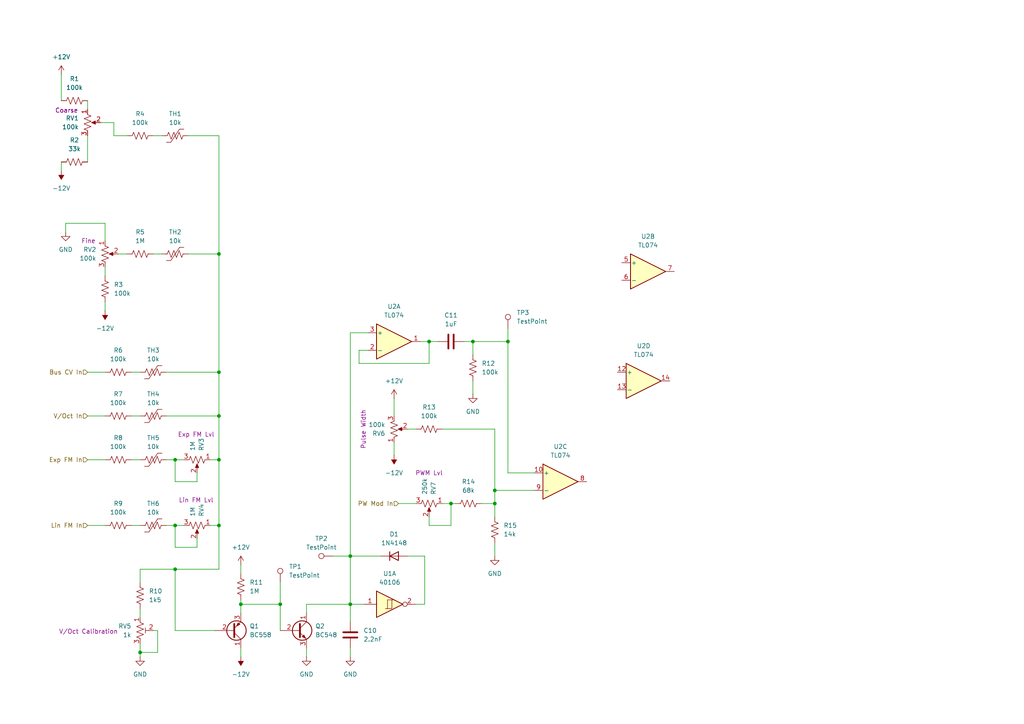
<source format=kicad_sch>
(kicad_sch (version 20231120) (generator "eeschema") (generator_version "8.0")
  (paper "A4")
  (lib_symbols
    (symbol "4xxx:40106" (pin_names (offset 1.016))
      (property "Reference" "U" (at 0 1.27 0))
      (property "Value" "40106" (at 0 -1.27 0))
      (symbol "40106_1_0"
        (polyline (pts (xy -0.635 -1.27) (xy -0.635 1.27) (xy 0.635 1.27)))
        (polyline (pts (xy -3.81 3.81) (xy -3.81 -3.81) (xy 3.81 0) (xy -3.81 3.81)) (stroke (width 0.254)) (fill (type background)))
        (polyline (pts (xy -1.27 -1.27) (xy 0.635 -1.27) (xy 0.635 1.27) (xy 1.27 1.27)))
        (pin input line (at -7.62 0 0) (length 3.81) (name "~") (number "1"))
        (pin output inverted (at 7.62 0 180) (length 3.81) (name "~") (number "2"))
      )
      (symbol "40106_2_0"
        (polyline (pts (xy -0.635 -1.27) (xy -0.635 1.27) (xy 0.635 1.27)))
        (polyline (pts (xy -3.81 3.81) (xy -3.81 -3.81) (xy 3.81 0) (xy -3.81 3.81)) (stroke (width 0.254)) (fill (type background)))
        (polyline (pts (xy -1.27 -1.27) (xy 0.635 -1.27) (xy 0.635 1.27) (xy 1.27 1.27)))
        (pin input line (at -7.62 0 0) (length 3.81) (name "~") (number "3"))
        (pin output inverted (at 7.62 0 180) (length 3.81) (name "~") (number "4"))
      )
      (symbol "40106_3_0"
        (polyline (pts (xy -0.635 -1.27) (xy -0.635 1.27) (xy 0.635 1.27)))
        (polyline (pts (xy -3.81 3.81) (xy -3.81 -3.81) (xy 3.81 0) (xy -3.81 3.81)) (stroke (width 0.254)) (fill (type background)))
        (polyline (pts (xy -1.27 -1.27) (xy 0.635 -1.27) (xy 0.635 1.27) (xy 1.27 1.27)))
        (pin input line (at -7.62 0 0) (length 3.81) (name "~") (number "5"))
        (pin output inverted (at 7.62 0 180) (length 3.81) (name "~") (number "6"))
      )
      (symbol "40106_4_0"
        (polyline (pts (xy -0.635 -1.27) (xy -0.635 1.27) (xy 0.635 1.27)))
        (polyline (pts (xy -3.81 3.81) (xy -3.81 -3.81) (xy 3.81 0) (xy -3.81 3.81)) (stroke (width 0.254)) (fill (type background)))
        (polyline (pts (xy -1.27 -1.27) (xy 0.635 -1.27) (xy 0.635 1.27) (xy 1.27 1.27)))
        (pin output inverted (at 7.62 0 180) (length 3.81) (name "~") (number "8"))
        (pin input line (at -7.62 0 0) (length 3.81) (name "~") (number "9"))
      )
      (symbol "40106_5_0"
        (polyline (pts (xy -0.635 -1.27) (xy -0.635 1.27) (xy 0.635 1.27)))
        (polyline (pts (xy -3.81 3.81) (xy -3.81 -3.81) (xy 3.81 0) (xy -3.81 3.81)) (stroke (width 0.254)) (fill (type background)))
        (polyline (pts (xy -1.27 -1.27) (xy 0.635 -1.27) (xy 0.635 1.27) (xy 1.27 1.27)))
        (pin output inverted (at 7.62 0 180) (length 3.81) (name "~") (number "10"))
        (pin input line (at -7.62 0 0) (length 3.81) (name "~") (number "11"))
      )
      (symbol "40106_6_0"
        (polyline (pts (xy -0.635 -1.27) (xy -0.635 1.27) (xy 0.635 1.27)))
        (polyline (pts (xy -3.81 3.81) (xy -3.81 -3.81) (xy 3.81 0) (xy -3.81 3.81)) (stroke (width 0.254)) (fill (type background)))
        (polyline (pts (xy -1.27 -1.27) (xy 0.635 -1.27) (xy 0.635 1.27) (xy 1.27 1.27)))
        (pin output inverted (at 7.62 0 180) (length 3.81) (name "~") (number "12"))
        (pin input line (at -7.62 0 0) (length 3.81) (name "~") (number "13"))
      )
      (symbol "40106_7_0"
        (pin power_in line (at 0 12.7 270) (length 5.08) (name "VDD") (number "14"))
        (pin power_in line (at 0 -12.7 90) (length 5.08) (name "VSS") (number "7"))
      )
      (symbol "40106_7_1"
        (rectangle (start -5.08 7.62) (end 5.08 -7.62) (stroke (width 0.254)) (fill (type background)))
      )
    )
    (symbol "Amplifier_Operational:TL074" (pin_names (offset 0.127))
      (property "Reference" "U" (at 0 5.08 0))
      (property "Value" "TL074" (at 0 -5.08 0))
      (symbol "TL074_1_1"
        (polyline (pts (xy -5.08 5.08) (xy 5.08 0) (xy -5.08 -5.08) (xy -5.08 5.08)) (stroke (width 0.254)) (fill (type background)))
        (pin output line (at 7.62 0 180) (length 2.54) (name "~") (number "1"))
        (pin input line (at -7.62 -2.54 0) (length 2.54) (name "-") (number "2"))
        (pin input line (at -7.62 2.54 0) (length 2.54) (name "+") (number "3"))
      )
      (symbol "TL074_2_1"
        (polyline (pts (xy -5.08 5.08) (xy 5.08 0) (xy -5.08 -5.08) (xy -5.08 5.08)) (stroke (width 0.254)) (fill (type background)))
        (pin input line (at -7.62 2.54 0) (length 2.54) (name "+") (number "5"))
        (pin input line (at -7.62 -2.54 0) (length 2.54) (name "-") (number "6"))
        (pin output line (at 7.62 0 180) (length 2.54) (name "~") (number "7"))
      )
      (symbol "TL074_3_1"
        (polyline (pts (xy -5.08 5.08) (xy 5.08 0) (xy -5.08 -5.08) (xy -5.08 5.08)) (stroke (width 0.254)) (fill (type background)))
        (pin input line (at -7.62 2.54 0) (length 2.54) (name "+") (number "10"))
        (pin output line (at 7.62 0 180) (length 2.54) (name "~") (number "8"))
        (pin input line (at -7.62 -2.54 0) (length 2.54) (name "-") (number "9"))
      )
      (symbol "TL074_4_1"
        (polyline (pts (xy -5.08 5.08) (xy 5.08 0) (xy -5.08 -5.08) (xy -5.08 5.08)) (stroke (width 0.254)) (fill (type background)))
        (pin input line (at -7.62 2.54 0) (length 2.54) (name "+") (number "12"))
        (pin input line (at -7.62 -2.54 0) (length 2.54) (name "-") (number "13"))
        (pin output line (at 7.62 0 180) (length 2.54) (name "~") (number "14"))
      )
      (symbol "TL074_5_1"
        (pin power_in line (at -2.54 -7.62 90) (length 3.81) (name "V-") (number "11"))
        (pin power_in line (at -2.54 7.62 270) (length 3.81) (name "V+") (number "4"))
      )
    )
    (symbol "Connector:TestPoint" (pin_numbers hide) (pin_names (offset 0.762) hide)
      (property "Reference" "TP" (at 0 6.858 0))
      (property "Value" "TestPoint" (at 0 5.08 0))
      (symbol "TestPoint_0_1"
        (circle (center 0 3.302) (radius 0.762))
      )
      (symbol "TestPoint_1_1"
        (pin passive line (at 0 0 90) (length 2.54) (name "1") (number "1"))
      )
    )
    (symbol "Device:C" (pin_numbers hide) (pin_names (offset 0.254))
      (property "Reference" "C" (at 0.635 2.54 0))
      (property "Value" "C" (at 0.635 -2.54 0))
      (symbol "C_0_1"
        (polyline (pts (xy -2.032 -0.762) (xy 2.032 -0.762)) (stroke (width 0.508)))
        (polyline (pts (xy -2.032 0.762) (xy 2.032 0.762)) (stroke (width 0.508)))
      )
      (symbol "C_1_1"
        (pin passive line (at 0 3.81 270) (length 2.794) (name "~") (number "1"))
        (pin passive line (at 0 -3.81 90) (length 2.794) (name "~") (number "2"))
      )
    )
    (symbol "Device:R_Potentiometer_Trim_US" (pin_names (offset 1.016) hide)
      (property "Reference" "RV" (at -4.445 0 90))
      (property "Value" "R_Potentiometer_Trim_US" (at -2.54 0 90))
      (symbol "R_Potentiometer_Trim_US_0_1"
        (polyline (pts (xy 0 -2.286) (xy 0 -2.54)))
        (polyline (pts (xy 0 2.286) (xy 0 2.54)))
        (polyline (pts (xy 1.524 0.762) (xy 1.524 -0.762)))
        (polyline (pts (xy 2.54 0) (xy 1.524 0)))
        (polyline (pts (xy 0 -0.762) (xy 1.016 -1.143) (xy 0 -1.524) (xy -1.016 -1.905) (xy 0 -2.286)))
        (polyline (pts (xy 0 0.762) (xy 1.016 0.381) (xy 0 0) (xy -1.016 -0.381) (xy 0 -0.762)))
        (polyline (pts (xy 0 2.286) (xy 1.016 1.905) (xy 0 1.524) (xy -1.016 1.143) (xy 0 0.762)))
      )
      (symbol "R_Potentiometer_Trim_US_1_1"
        (pin passive line (at 0 3.81 270) (length 1.27) (name "1") (number "1"))
        (pin passive line (at 3.81 0 180) (length 1.27) (name "2") (number "2"))
        (pin passive line (at 0 -3.81 90) (length 1.27) (name "3") (number "3"))
      )
    )
    (symbol "Device:R_Potentiometer_US" (pin_names (offset 1.016) hide)
      (property "Reference" "RV" (at -4.445 0 90))
      (property "Value" "R_Potentiometer_US" (at -2.54 0 90))
      (symbol "R_Potentiometer_US_0_1"
        (polyline (pts (xy 0 -2.286) (xy 0 -2.54)))
        (polyline (pts (xy 0 2.54) (xy 0 2.286)))
        (polyline (pts (xy 2.54 0) (xy 1.524 0)))
        (polyline (pts (xy 1.143 0) (xy 2.286 0.508) (xy 2.286 -0.508) (xy 1.143 0)) (fill (type outline)))
        (polyline (pts (xy 0 -0.762) (xy 1.016 -1.143) (xy 0 -1.524) (xy -1.016 -1.905) (xy 0 -2.286)))
        (polyline (pts (xy 0 0.762) (xy 1.016 0.381) (xy 0 0) (xy -1.016 -0.381) (xy 0 -0.762)))
        (polyline (pts (xy 0 2.286) (xy 1.016 1.905) (xy 0 1.524) (xy -1.016 1.143) (xy 0 0.762)))
      )
      (symbol "R_Potentiometer_US_1_1"
        (pin passive line (at 0 3.81 270) (length 1.27) (name "1") (number "1"))
        (pin passive line (at 3.81 0 180) (length 1.27) (name "2") (number "2"))
        (pin passive line (at 0 -3.81 90) (length 1.27) (name "3") (number "3"))
      )
    )
    (symbol "Device:R_US" (pin_numbers hide) (pin_names (offset 0))
      (property "Reference" "R" (at 2.54 0 90))
      (property "Value" "R_US" (at -2.54 0 90))
      (symbol "R_US_0_1"
        (polyline (pts (xy 0 -2.286) (xy 0 -2.54)))
        (polyline (pts (xy 0 2.286) (xy 0 2.54)))
        (polyline (pts (xy 0 -0.762) (xy 1.016 -1.143) (xy 0 -1.524) (xy -1.016 -1.905) (xy 0 -2.286)))
        (polyline (pts (xy 0 0.762) (xy 1.016 0.381) (xy 0 0) (xy -1.016 -0.381) (xy 0 -0.762)))
        (polyline (pts (xy 0 2.286) (xy 1.016 1.905) (xy 0 1.524) (xy -1.016 1.143) (xy 0 0.762)))
      )
      (symbol "R_US_1_1"
        (pin passive line (at 0 3.81 270) (length 1.27) (name "~") (number "1"))
        (pin passive line (at 0 -3.81 90) (length 1.27) (name "~") (number "2"))
      )
    )
    (symbol "Device:Thermistor_US" (pin_numbers hide) (pin_names (offset 0))
      (property "Reference" "TH" (at 2.54 1.27 90))
      (property "Value" "Thermistor_US" (at -2.54 0 90))
      (symbol "Thermistor_US_0_1"
        (polyline (pts (xy 0 -2.286) (xy 0 -2.54)))
        (polyline (pts (xy 0 2.286) (xy 0 2.54)))
        (polyline (pts (xy 1.905 -1.27) (xy 1.905 -2.54)))
        (polyline (pts (xy -1.905 2.54) (xy -1.905 1.27) (xy 1.905 -1.27)))
        (polyline (pts (xy 0 -0.762) (xy 1.016 -1.143) (xy 0 -1.524) (xy -1.016 -1.905) (xy 0 -2.286)))
        (polyline (pts (xy 0 0.762) (xy 1.016 0.381) (xy 0 0) (xy -1.016 -0.381) (xy 0 -0.762)))
        (polyline (pts (xy 0 2.286) (xy 1.016 1.905) (xy 0 1.524) (xy -1.016 1.143) (xy 0 0.762)))
      )
      (symbol "Thermistor_US_1_1"
        (pin passive line (at 0 3.81 270) (length 1.27) (name "~") (number "1"))
        (pin passive line (at 0 -3.81 90) (length 1.27) (name "~") (number "2"))
      )
    )
    (symbol "Diode:1N4148" (pin_numbers hide) (pin_names hide)
      (property "Reference" "D" (at 0 2.54 0))
      (property "Value" "1N4148" (at 0 -2.54 0))
      (symbol "1N4148_0_1"
        (polyline (pts (xy -1.27 1.27) (xy -1.27 -1.27)) (stroke (width 0.254)))
        (polyline (pts (xy 1.27 0) (xy -1.27 0)))
        (polyline (pts (xy 1.27 1.27) (xy 1.27 -1.27) (xy -1.27 0) (xy 1.27 1.27)) (stroke (width 0.254)))
      )
      (symbol "1N4148_1_1"
        (pin passive line (at -3.81 0 0) (length 2.54) (name "K") (number "1"))
        (pin passive line (at 3.81 0 180) (length 2.54) (name "A") (number "2"))
      )
    )
    (symbol "Transistor_BJT:BC548" (pin_names (offset 0) hide)
      (property "Reference" "Q" (at 5.08 1.905 0))
      (property "Value" "BC548" (at 5.08 0 0))
      (symbol "BC548_0_1"
        (polyline (pts (xy 0 0) (xy 0.635 0)))
        (polyline (pts (xy 0.635 0.635) (xy 2.54 2.54)))
        (polyline (pts (xy 0.635 -0.635) (xy 2.54 -2.54) (xy 2.54 -2.54)))
        (polyline (pts (xy 0.635 1.905) (xy 0.635 -1.905) (xy 0.635 -1.905)) (stroke (width 0.508)))
        (polyline (pts (xy 1.27 -1.778) (xy 1.778 -1.27) (xy 2.286 -2.286) (xy 1.27 -1.778) (xy 1.27 -1.778)) (fill (type outline)))
        (circle (center 1.27 0) (radius 2.8194) (stroke (width 0.254)))
      )
      (symbol "BC548_1_1"
        (pin passive line (at 2.54 5.08 270) (length 2.54) (name "C") (number "1"))
        (pin input line (at -5.08 0 0) (length 5.08) (name "B") (number "2"))
        (pin passive line (at 2.54 -5.08 90) (length 2.54) (name "E") (number "3"))
      )
    )
    (symbol "Transistor_BJT:BC558" (pin_names (offset 0) hide)
      (property "Reference" "Q" (at 5.08 1.905 0))
      (property "Value" "BC558" (at 5.08 0 0))
      (symbol "BC558_0_1"
        (polyline (pts (xy 0.635 0.635) (xy 2.54 2.54)))
        (polyline (pts (xy 0.635 -0.635) (xy 2.54 -2.54) (xy 2.54 -2.54)))
        (polyline (pts (xy 0.635 1.905) (xy 0.635 -1.905) (xy 0.635 -1.905)) (stroke (width 0.508)))
        (polyline (pts (xy 2.286 -1.778) (xy 1.778 -2.286) (xy 1.27 -1.27) (xy 2.286 -1.778) (xy 2.286 -1.778)) (fill (type outline)))
        (circle (center 1.27 0) (radius 2.8194) (stroke (width 0.254)))
      )
      (symbol "BC558_1_1"
        (pin passive line (at 2.54 5.08 270) (length 2.54) (name "C") (number "1"))
        (pin input line (at -5.08 0 0) (length 5.715) (name "B") (number "2"))
        (pin passive line (at 2.54 -5.08 90) (length 2.54) (name "E") (number "3"))
      )
    )
    (symbol "power:+12V" (power) (pin_numbers hide) (pin_names (offset 0) hide)
      (property "Value" "+12V" (at 0 3.556 0))
      (symbol "+12V_0_1"
        (polyline (pts (xy -0.762 1.27) (xy 0 2.54)))
        (polyline (pts (xy 0 0) (xy 0 2.54)))
        (polyline (pts (xy 0 2.54) (xy 0.762 1.27)))
      )
      (symbol "+12V_1_1"
        (pin power_in line (at 0 0 90) (length 0) (name "~") (number "1"))
      )
    )
    (symbol "power:-12V" (power) (pin_numbers hide) (pin_names (offset 0) hide)
      (property "Value" "-12V" (at 0 3.556 0))
      (symbol "-12V_0_0"
        (pin power_in line (at 0 0 90) (length 0) (name "~") (number "1"))
      )
      (symbol "-12V_0_1"
        (polyline (pts (xy 0 0) (xy 0 1.27) (xy 0.762 1.27) (xy 0 2.54) (xy -0.762 1.27) (xy 0 1.27)) (fill (type outline)))
      )
    )
    (symbol "power:GND" (power) (pin_numbers hide) (pin_names (offset 0) hide)
      (property "Value" "GND" (at 0 -3.81 0))
      (symbol "GND_0_1"
        (polyline (pts (xy 0 0) (xy 0 -1.27) (xy 1.27 -1.27) (xy 0 -2.54) (xy -1.27 -1.27) (xy 0 -1.27)))
      )
      (symbol "GND_1_1"
        (pin power_in line (at 0 0 270) (length 0) (name "~") (number "1"))
      )
    )
  )
  (junction (at 137.16 99.06))
  (junction (at 50.8 165.1))
  (junction (at 63.5 152.4))
  (junction (at 124.46 99.06))
  (junction (at 147.32 99.06))
  (junction (at 101.6 161.29))
  (junction (at 130.81 146.05))
  (junction (at 50.8 133.35))
  (junction (at 50.8 152.4))
  (junction (at 63.5 73.66))
  (junction (at 63.5 133.35))
  (junction (at 69.85 175.26))
  (junction (at 101.6 175.26))
  (junction (at 63.5 107.95))
  (junction (at 81.28 175.26))
  (junction (at 63.5 120.65))
  (junction (at 143.51 146.05))
  (junction (at 143.51 142.24))
  (junction (at 40.64 189.23))
  (wire (pts (xy 130.81 152.4) (xy 130.81 146.05)))
  (wire (pts (xy 124.46 99.06) (xy 127 99.06)))
  (wire (pts (xy 45.72 189.23) (xy 40.64 189.23)))
  (wire (pts (xy 143.51 146.05) (xy 143.51 149.86)))
  (wire (pts (xy 69.85 175.26) (xy 69.85 177.8)))
  (wire (pts (xy 123.19 161.29) (xy 118.11 161.29)))
  (wire (pts (xy 130.81 146.05) (xy 132.08 146.05)))
  (wire (pts (xy 137.16 110.49) (xy 137.16 114.3)))
  (wire (pts (xy 147.32 95.25) (xy 147.32 99.06)))
  (wire (pts (xy 63.5 73.66) (xy 63.5 39.37)))
  (wire (pts (xy 147.32 137.16) (xy 154.94 137.16)))
  (wire (pts (xy 137.16 99.06) (xy 147.32 99.06)))
  (wire (pts (xy 101.6 175.26) (xy 101.6 180.34)))
  (wire (pts (xy 101.6 175.26) (xy 105.41 175.26)))
  (wire (pts (xy 50.8 165.1) (xy 50.8 182.88)))
  (wire (pts (xy 121.92 99.06) (xy 124.46 99.06)))
  (wire (pts (xy 101.6 161.29) (xy 101.6 175.26)))
  (wire (pts (xy 38.1 120.65) (xy 40.64 120.65)))
  (wire (pts (xy 48.26 133.35) (xy 50.8 133.35)))
  (wire (pts (xy 81.28 175.26) (xy 81.28 182.88)))
  (wire (pts (xy 57.15 139.7) (xy 50.8 139.7)))
  (wire (pts (xy 25.4 39.37) (xy 25.4 46.99)))
  (wire (pts (xy 44.45 73.66) (xy 46.99 73.66)))
  (wire (pts (xy 25.4 29.21) (xy 25.4 31.75)))
  (wire (pts (xy 57.15 156.21) (xy 57.15 158.75)))
  (wire (pts (xy 88.9 177.8) (xy 88.9 175.26)))
  (wire (pts (xy 17.78 21.59) (xy 17.78 29.21)))
  (wire (pts (xy 104.14 105.41) (xy 124.46 105.41)))
  (wire (pts (xy 57.15 158.75) (xy 50.8 158.75)))
  (wire (pts (xy 40.64 176.53) (xy 40.64 179.07)))
  (wire (pts (xy 101.6 187.96) (xy 101.6 190.5)))
  (wire (pts (xy 25.4 120.65) (xy 30.48 120.65)))
  (wire (pts (xy 124.46 105.41) (xy 124.46 99.06)))
  (wire (pts (xy 33.02 35.56) (xy 33.02 39.37)))
  (wire (pts (xy 63.5 73.66) (xy 63.5 107.95)))
  (wire (pts (xy 106.68 96.52) (xy 101.6 96.52)))
  (wire (pts (xy 25.4 107.95) (xy 30.48 107.95)))
  (wire (pts (xy 33.02 39.37) (xy 36.83 39.37)))
  (wire (pts (xy 120.65 175.26) (xy 123.19 175.26)))
  (wire (pts (xy 60.96 152.4) (xy 63.5 152.4)))
  (wire (pts (xy 44.45 182.88) (xy 45.72 182.88)))
  (wire (pts (xy 48.26 152.4) (xy 50.8 152.4)))
  (wire (pts (xy 19.05 64.77) (xy 19.05 67.31)))
  (wire (pts (xy 57.15 137.16) (xy 57.15 139.7)))
  (wire (pts (xy 124.46 152.4) (xy 130.81 152.4)))
  (wire (pts (xy 40.64 186.69) (xy 40.64 189.23)))
  (wire (pts (xy 124.46 149.86) (xy 124.46 152.4)))
  (wire (pts (xy 63.5 107.95) (xy 63.5 120.65)))
  (wire (pts (xy 128.27 146.05) (xy 130.81 146.05)))
  (wire (pts (xy 54.61 73.66) (xy 63.5 73.66)))
  (wire (pts (xy 134.62 99.06) (xy 137.16 99.06)))
  (wire (pts (xy 114.3 115.57) (xy 114.3 120.65)))
  (wire (pts (xy 104.14 101.6) (xy 104.14 105.41)))
  (wire (pts (xy 25.4 133.35) (xy 30.48 133.35)))
  (wire (pts (xy 69.85 163.83) (xy 69.85 166.37)))
  (wire (pts (xy 60.96 133.35) (xy 63.5 133.35)))
  (wire (pts (xy 69.85 175.26) (xy 81.28 175.26)))
  (wire (pts (xy 137.16 99.06) (xy 137.16 102.87)))
  (wire (pts (xy 50.8 152.4) (xy 53.34 152.4)))
  (wire (pts (xy 81.28 168.91) (xy 81.28 175.26)))
  (wire (pts (xy 25.4 152.4) (xy 30.48 152.4)))
  (wire (pts (xy 63.5 165.1) (xy 50.8 165.1)))
  (wire (pts (xy 110.49 161.29) (xy 101.6 161.29)))
  (wire (pts (xy 63.5 133.35) (xy 63.5 152.4)))
  (wire (pts (xy 106.68 101.6) (xy 104.14 101.6)))
  (wire (pts (xy 128.27 124.46) (xy 143.51 124.46)))
  (wire (pts (xy 50.8 139.7) (xy 50.8 133.35)))
  (wire (pts (xy 114.3 128.27) (xy 114.3 132.08)))
  (wire (pts (xy 44.45 39.37) (xy 46.99 39.37)))
  (wire (pts (xy 30.48 64.77) (xy 30.48 69.85)))
  (wire (pts (xy 30.48 64.77) (xy 19.05 64.77)))
  (wire (pts (xy 29.21 35.56) (xy 33.02 35.56)))
  (wire (pts (xy 63.5 152.4) (xy 63.5 165.1)))
  (wire (pts (xy 96.52 161.29) (xy 101.6 161.29)))
  (wire (pts (xy 118.11 124.46) (xy 120.65 124.46)))
  (wire (pts (xy 143.51 157.48) (xy 143.51 161.29)))
  (wire (pts (xy 40.64 165.1) (xy 40.64 168.91)))
  (wire (pts (xy 69.85 173.99) (xy 69.85 175.26)))
  (wire (pts (xy 143.51 124.46) (xy 143.51 142.24)))
  (wire (pts (xy 54.61 39.37) (xy 63.5 39.37)))
  (wire (pts (xy 88.9 175.26) (xy 101.6 175.26)))
  (wire (pts (xy 17.78 46.99) (xy 17.78 49.53)))
  (wire (pts (xy 88.9 187.96) (xy 88.9 190.5)))
  (wire (pts (xy 63.5 120.65) (xy 63.5 133.35)))
  (wire (pts (xy 30.48 87.63) (xy 30.48 90.17)))
  (wire (pts (xy 40.64 189.23) (xy 40.64 190.5)))
  (wire (pts (xy 34.29 73.66) (xy 36.83 73.66)))
  (wire (pts (xy 143.51 142.24) (xy 154.94 142.24)))
  (wire (pts (xy 123.19 175.26) (xy 123.19 161.29)))
  (wire (pts (xy 50.8 165.1) (xy 40.64 165.1)))
  (wire (pts (xy 147.32 99.06) (xy 147.32 137.16)))
  (wire (pts (xy 101.6 96.52) (xy 101.6 161.29)))
  (wire (pts (xy 143.51 142.24) (xy 143.51 146.05)))
  (wire (pts (xy 139.7 146.05) (xy 143.51 146.05)))
  (wire (pts (xy 69.85 187.96) (xy 69.85 190.5)))
  (wire (pts (xy 38.1 152.4) (xy 40.64 152.4)))
  (wire (pts (xy 50.8 158.75) (xy 50.8 152.4)))
  (wire (pts (xy 50.8 182.88) (xy 62.23 182.88)))
  (wire (pts (xy 30.48 77.47) (xy 30.48 80.01)))
  (wire (pts (xy 50.8 133.35) (xy 53.34 133.35)))
  (wire (pts (xy 45.72 182.88) (xy 45.72 189.23)))
  (wire (pts (xy 38.1 133.35) (xy 40.64 133.35)))
  (wire (pts (xy 115.57 146.05) (xy 120.65 146.05)))
  (wire (pts (xy 38.1 107.95) (xy 40.64 107.95)))
  (wire (pts (xy 48.26 120.65) (xy 63.5 120.65)))
  (wire (pts (xy 48.26 107.95) (xy 63.5 107.95)))
  (hierarchical_label "Exp FM In" (shape input) (at 25.4 133.35 180))
  (hierarchical_label "PW Mod In" (shape input) (at 115.57 146.05 180))
  (hierarchical_label "V{slash}Oct In" (shape input) (at 25.4 120.65 180))
  (hierarchical_label "Lin FM In" (shape input) (at 25.4 152.4 180))
  (hierarchical_label "Bus CV In" (shape input) (at 25.4 107.95 180))
  (symbol (lib_id "Device:R_US") (at 40.64 73.66 90) (unit 1)
    (property "Reference" "R5" (at 40.64 67.31 90))
    (property "Value" "1M" (at 40.64 69.85 90))
    (property "Footprint" "Resistor_THT:R_Axial_DIN0204_L3.6mm_D1.6mm_P5.08mm_Horizontal" (effects (hide yes)))
    (property "Description" "Resistor, US symbol" (effects (hide yes)))
  )
  (symbol (lib_id "power:+12V") (at 114.3 115.57 0) (unit 1)
    (property "Reference" "#PWR026" (effects (hide yes)))
    (property "Value" "+12V" (at 114.3 110.49 0))
    (property "Description" "Power symbol creates a global label with name \"+12V\"" (effects (hide yes)))
  )
  (symbol (lib_id "power:GND") (at 88.9 190.5 0) (unit 1)
    (property "Reference" "#PWR022" (effects (hide yes)))
    (property "Value" "GND" (at 88.9 195.58 0))
    (property "Description" "Power symbol creates a global label with name \"GND\" , ground" (effects (hide yes)))
  )
  (symbol (lib_id "Connector:TestPoint") (at 147.32 95.25 0) (unit 1)
    (property "Reference" "TP3" (at 149.86 90.6779 0) (effects (justify left)))
    (property "Value" "TestPoint" (at 149.86 93.2179 0) (effects (justify left)))
    (property "Description" "test point" (effects (hide yes)))
  )
  (symbol (lib_id "Device:R_US") (at 143.51 153.67 0) (unit 1)
    (property "Reference" "R15" (at 146.05 152.3999 0) (effects (justify left)))
    (property "Value" "14k" (at 146.05 154.9399 0) (effects (justify left)))
    (property "Footprint" "Resistor_THT:R_Axial_DIN0204_L3.6mm_D1.6mm_P5.08mm_Horizontal" (effects (hide yes)))
    (property "Description" "Resistor, US symbol" (effects (hide yes)))
  )
  (symbol (lib_id "power:-12V") (at 69.85 190.5 180) (unit 1)
    (property "Reference" "#PWR021" (effects (hide yes)))
    (property "Value" "-12V" (at 69.85 195.58 0))
    (property "Description" "Power symbol creates a global label with name \"-12V\"" (effects (hide yes)))
  )
  (symbol (lib_id "Device:R_US") (at 34.29 133.35 90) (unit 1)
    (property "Reference" "R8" (at 34.29 127 90))
    (property "Value" "100k" (at 34.29 129.54 90))
    (property "Footprint" "Resistor_THT:R_Axial_DIN0204_L3.6mm_D1.6mm_P5.08mm_Horizontal" (effects (hide yes)))
    (property "Description" "Resistor, US symbol" (effects (hide yes)))
  )
  (symbol (lib_id "power:GND") (at 143.51 161.29 0) (unit 1)
    (property "Reference" "#PWR027" (effects (hide yes)))
    (property "Value" "GND" (at 143.51 166.37 0))
    (property "Description" "Power symbol creates a global label with name \"GND\" , ground" (effects (hide yes)))
  )
  (symbol (lib_id "Amplifier_Operational:TL074") (at 187.96 78.74 0) (unit 2)
    (property "Reference" "U2" (at 187.96 68.58 0))
    (property "Value" "TL074" (at 187.96 71.12 0))
    (property "Footprint" "Package_DIP:DIP-14_W7.62mm_Socket" (effects (hide yes)))
    (property "Datasheet" "http://www.ti.com/lit/ds/symlink/tl071.pdf" (effects (hide yes)))
    (property "Description" "Quad Low-Noise JFET-Input Operational Amplifiers, DIP-14/SOIC-14" (effects (hide yes)))
  )
  (symbol (lib_id "power:GND") (at 101.6 190.5 0) (unit 1)
    (property "Reference" "#PWR023" (effects (hide yes)))
    (property "Value" "GND" (at 101.6 195.58 0))
    (property "Description" "Power symbol creates a global label with name \"GND\" , ground" (effects (hide yes)))
  )
  (symbol (lib_id "Diode:1N4148") (at 114.3 161.29 0) (unit 1)
    (property "Reference" "D1" (at 114.3 154.94 0))
    (property "Value" "1N4148" (at 114.3 157.48 0))
    (property "Footprint" "Diode_THT:D_DO-35_SOD27_P7.62mm_Horizontal" (effects (hide yes)))
    (property "Datasheet" "https://assets.nexperia.com/documents/data-sheet/1N4148_1N4448.pdf" (effects (hide yes)))
    (property "Description" "100V 0.15A standard switching diode, DO-35" (effects (hide yes)))
    (property "Sim.Device" "D" (effects (hide yes)))
    (property "Sim.Pins" "1=K 2=A" (effects (hide yes)))
  )
  (symbol (lib_id "4xxx:40106") (at 113.03 175.26 0) (unit 1)
    (property "Reference" "U1" (at 113.03 166.37 0))
    (property "Value" "40106" (at 113.03 168.91 0))
    (property "Footprint" "Package_DIP:DIP-14_W7.62mm_Socket" (effects (hide yes)))
    (property "Datasheet" "https://assets.nexperia.com/documents/data-sheet/HEF40106B.pdf" (effects (hide yes)))
    (property "Description" "Hex Schmitt trigger inverter" (effects (hide yes)))
  )
  (symbol (lib_id "Amplifier_Operational:TL074") (at 114.3 99.06 0) (unit 1)
    (property "Reference" "U2" (at 114.3 88.9 0))
    (property "Value" "TL074" (at 114.3 91.44 0))
    (property "Footprint" "Package_DIP:DIP-14_W7.62mm_Socket" (effects (hide yes)))
    (property "Datasheet" "http://www.ti.com/lit/ds/symlink/tl071.pdf" (effects (hide yes)))
    (property "Description" "Quad Low-Noise JFET-Input Operational Amplifiers, DIP-14/SOIC-14" (effects (hide yes)))
  )
  (symbol (lib_id "Transistor_BJT:BC558") (at 67.31 182.88 0) (mirror x) (unit 1)
    (property "Reference" "Q1" (at 72.39 181.6099 0) (effects (justify left)))
    (property "Value" "BC558" (at 72.39 184.1499 0) (effects (justify left)))
    (property "Footprint" "Package_TO_SOT_THT:TO-92_Inline" (effects (hide yes)))
    (property "Datasheet" "https://www.onsemi.com/pub/Collateral/BC556BTA-D.pdf" (effects (hide yes)))
    (property "Description" "0.1A Ic, 30V Vce, PNP Small Signal Transistor, TO-92" (effects (hide yes)))
  )
  (symbol (lib_id "power:+12V") (at 69.85 163.83 0) (unit 1)
    (property "Reference" "#PWR020" (effects (hide yes)))
    (property "Value" "+12V" (at 69.85 158.75 0))
    (property "Description" "Power symbol creates a global label with name \"+12V\"" (effects (hide yes)))
  )
  (symbol (lib_id "Device:Thermistor_US") (at 44.45 107.95 90) (unit 1)
    (property "Reference" "TH3" (at 44.45 101.6 90))
    (property "Value" "10k" (at 44.45 104.14 90))
    (property "Footprint" "Resistor_THT:R_Axial_DIN0204_L3.6mm_D1.6mm_P5.08mm_Horizontal" (effects (hide yes)))
    (property "Description" "Thermistor, temperature dependent resistor, US symbol" (effects (hide yes)))
  )
  (symbol (lib_id "Device:R_US") (at 124.46 124.46 270) (unit 1)
    (property "Reference" "R13" (at 124.46 118.11 90))
    (property "Value" "100k" (at 124.46 120.65 90))
    (property "Footprint" "Resistor_THT:R_Axial_DIN0204_L3.6mm_D1.6mm_P5.08mm_Horizontal" (effects (hide yes)))
    (property "Description" "Resistor, US symbol" (effects (hide yes)))
  )
  (symbol (lib_id "Device:R_US") (at 34.29 120.65 90) (unit 1)
    (property "Reference" "R7" (at 34.29 114.3 90))
    (property "Value" "100k" (at 34.29 116.84 90))
    (property "Footprint" "Resistor_THT:R_Axial_DIN0204_L3.6mm_D1.6mm_P5.08mm_Horizontal" (effects (hide yes)))
    (property "Description" "Resistor, US symbol" (effects (hide yes)))
  )
  (symbol (lib_id "power:GND") (at 137.16 114.3 0) (unit 1)
    (property "Reference" "#PWR024" (effects (hide yes)))
    (property "Value" "GND" (at 137.16 119.38 0))
    (property "Description" "Power symbol creates a global label with name \"GND\" , ground" (effects (hide yes)))
  )
  (symbol (lib_id "Device:R_US") (at 137.16 106.68 180) (unit 1)
    (property "Reference" "R12" (at 139.7 105.4099 0) (effects (justify right)))
    (property "Value" "100k" (at 139.7 107.9499 0) (effects (justify right)))
    (property "Footprint" "Resistor_THT:R_Axial_DIN0204_L3.6mm_D1.6mm_P5.08mm_Horizontal" (effects (hide yes)))
    (property "Description" "Resistor, US symbol" (effects (hide yes)))
  )
  (symbol (lib_id "power:-12V") (at 114.3 132.08 180) (unit 1)
    (property "Reference" "#PWR025" (effects (hide yes)))
    (property "Value" "-12V" (at 114.3 137.16 0))
    (property "Description" "Power symbol creates a global label with name \"-12V\"" (effects (hide yes)))
  )
  (symbol (lib_id "Device:Thermistor_US") (at 50.8 39.37 90) (unit 1)
    (property "Reference" "TH1" (at 50.8 33.02 90))
    (property "Value" "10k" (at 50.8 35.56 90))
    (property "Footprint" "Resistor_THT:R_Axial_DIN0204_L3.6mm_D1.6mm_P5.08mm_Horizontal" (effects (hide yes)))
    (property "Description" "Thermistor, temperature dependent resistor, US symbol" (effects (hide yes)))
  )
  (symbol (lib_id "Device:Thermistor_US") (at 44.45 133.35 90) (unit 1)
    (property "Reference" "TH5" (at 44.45 127 90))
    (property "Value" "10k" (at 44.45 129.54 90))
    (property "Footprint" "Resistor_THT:R_Axial_DIN0204_L3.6mm_D1.6mm_P5.08mm_Horizontal" (effects (hide yes)))
    (property "Description" "Thermistor, temperature dependent resistor, US symbol" (effects (hide yes)))
  )
  (symbol (lib_id "Device:R_Potentiometer_US") (at 57.15 133.35 270) (unit 1)
    (property "Reference" "RV3" (at 58.4201 130.81 0) (effects (justify right)))
    (property "Value" "1M" (at 55.8801 130.81 0) (effects (justify right)))
    (property "Footprint" "Potentiometer_THT:Potentiometer_Alpha_RD901F-40-00D_Single_Vertical" (effects (hide yes)))
    (property "Description" "Exp FM Lvl" (at 56.896 125.984 90))
  )
  (symbol (lib_id "Device:R_Potentiometer_US") (at 114.3 124.46 0) (mirror x) (unit 1)
    (property "Reference" "RV6" (at 111.76 125.7301 0) (effects (justify right)))
    (property "Value" "100k" (at 111.76 123.1901 0) (effects (justify right)))
    (property "Footprint" "Potentiometer_THT:Potentiometer_Alpha_RD901F-40-00D_Single_Vertical" (effects (hide yes)))
    (property "Description" "Pulse Width" (at 105.41 124.46 90))
  )
  (symbol (lib_id "Device:R_Potentiometer_Trim_US") (at 40.64 182.88 0) (unit 1)
    (property "Reference" "RV5" (at 38.1 181.6099 0) (effects (justify right)))
    (property "Value" "1k" (at 38.1 184.1499 0) (effects (justify right)))
    (property "Description" "V/Oct Calibration" (at 25.654 183.134 0))
  )
  (symbol (lib_id "Device:R_US") (at 34.29 152.4 90) (unit 1)
    (property "Reference" "R9" (at 34.29 146.05 90))
    (property "Value" "100k" (at 34.29 148.59 90))
    (property "Footprint" "Resistor_THT:R_Axial_DIN0204_L3.6mm_D1.6mm_P5.08mm_Horizontal" (effects (hide yes)))
    (property "Description" "Resistor, US symbol" (effects (hide yes)))
  )
  (symbol (lib_id "Device:C") (at 130.81 99.06 90) (unit 1)
    (property "Reference" "C11" (at 130.81 91.44 90))
    (property "Value" "1uF" (at 130.81 93.98 90))
    (property "Description" "Unpolarized capacitor" (effects (hide yes)))
  )
  (symbol (lib_id "Device:R_US") (at 40.64 172.72 180) (unit 1)
    (property "Reference" "R10" (at 43.18 171.4499 0) (effects (justify right)))
    (property "Value" "1k5" (at 43.18 173.9899 0) (effects (justify right)))
    (property "Footprint" "Resistor_THT:R_Axial_DIN0204_L3.6mm_D1.6mm_P5.08mm_Horizontal" (effects (hide yes)))
    (property "Description" "Resistor, US symbol" (effects (hide yes)))
  )
  (symbol (lib_id "power:GND") (at 19.05 67.31 0) (unit 1)
    (property "Reference" "#PWR03" (effects (hide yes)))
    (property "Value" "GND" (at 19.05 72.39 0))
    (property "Description" "Power symbol creates a global label with name \"GND\" , ground" (effects (hide yes)))
  )
  (symbol (lib_id "Connector:TestPoint") (at 81.28 168.91 0) (unit 1)
    (property "Reference" "TP1" (at 83.82 164.3379 0) (effects (justify left)))
    (property "Value" "TestPoint" (at 83.82 166.8779 0) (effects (justify left)))
    (property "Description" "test point" (effects (hide yes)))
  )
  (symbol (lib_id "Device:R_US") (at 69.85 170.18 180) (unit 1)
    (property "Reference" "R11" (at 72.39 168.9099 0) (effects (justify right)))
    (property "Value" "1M" (at 72.39 171.4499 0) (effects (justify right)))
    (property "Footprint" "Resistor_THT:R_Axial_DIN0204_L3.6mm_D1.6mm_P5.08mm_Horizontal" (effects (hide yes)))
    (property "Description" "Resistor, US symbol" (effects (hide yes)))
  )
  (symbol (lib_id "Device:R_US") (at 21.59 46.99 90) (unit 1)
    (property "Reference" "R2" (at 21.59 40.64 90))
    (property "Value" "33k" (at 21.59 43.18 90))
    (property "Footprint" "Resistor_THT:R_Axial_DIN0204_L3.6mm_D1.6mm_P5.08mm_Horizontal" (effects (hide yes)))
    (property "Description" "Resistor, US symbol" (effects (hide yes)))
  )
  (symbol (lib_id "Device:R_US") (at 135.89 146.05 270) (unit 1)
    (property "Reference" "R14" (at 135.89 139.7 90))
    (property "Value" "68k" (at 135.89 142.24 90))
    (property "Footprint" "Resistor_THT:R_Axial_DIN0204_L3.6mm_D1.6mm_P5.08mm_Horizontal" (effects (hide yes)))
    (property "Description" "Resistor, US symbol" (effects (hide yes)))
  )
  (symbol (lib_id "Device:R_Potentiometer_US") (at 30.48 73.66 0) (unit 1)
    (property "Reference" "RV2" (at 27.94 72.3899 0) (effects (justify right)))
    (property "Value" "100k" (at 27.94 74.9299 0) (effects (justify right)))
    (property "Footprint" "Potentiometer_THT:Potentiometer_Alpha_RD901F-40-00D_Single_Vertical" (effects (hide yes)))
    (property "Description" "Fine" (at 25.654 69.85 0))
  )
  (symbol (lib_id "Device:C") (at 101.6 184.15 0) (unit 1)
    (property "Reference" "C10" (at 105.41 182.8799 0) (effects (justify left)))
    (property "Value" "2.2nF" (at 105.41 185.4199 0) (effects (justify left)))
    (property "Description" "Unpolarized capacitor" (effects (hide yes)))
  )
  (symbol (lib_id "Device:R_Potentiometer_US") (at 124.46 146.05 270) (unit 1)
    (property "Reference" "RV7" (at 125.7301 143.51 0) (effects (justify right)))
    (property "Value" "250k" (at 123.1901 143.51 0) (effects (justify right)))
    (property "Footprint" "Potentiometer_THT:Potentiometer_Alpha_RD901F-40-00D_Single_Vertical" (effects (hide yes)))
    (property "Description" "PWM Lvl" (at 124.46 137.16 90))
  )
  (symbol (lib_id "Device:Thermistor_US") (at 44.45 152.4 90) (unit 1)
    (property "Reference" "TH6" (at 44.45 146.05 90))
    (property "Value" "10k" (at 44.45 148.59 90))
    (property "Footprint" "Resistor_THT:R_Axial_DIN0204_L3.6mm_D1.6mm_P5.08mm_Horizontal" (effects (hide yes)))
    (property "Description" "Thermistor, temperature dependent resistor, US symbol" (effects (hide yes)))
  )
  (symbol (lib_id "Device:R_US") (at 40.64 39.37 90) (unit 1)
    (property "Reference" "R4" (at 40.64 33.02 90))
    (property "Value" "100k" (at 40.64 35.56 90))
    (property "Footprint" "Resistor_THT:R_Axial_DIN0204_L3.6mm_D1.6mm_P5.08mm_Horizontal" (effects (hide yes)))
    (property "Description" "Resistor, US symbol" (effects (hide yes)))
  )
  (symbol (lib_id "Device:R_US") (at 30.48 83.82 0) (unit 1)
    (property "Reference" "R3" (at 33.02 82.5499 0) (effects (justify left)))
    (property "Value" "100k" (at 33.02 85.0899 0) (effects (justify left)))
    (property "Footprint" "Resistor_THT:R_Axial_DIN0204_L3.6mm_D1.6mm_P5.08mm_Horizontal" (effects (hide yes)))
    (property "Description" "Resistor, US symbol" (effects (hide yes)))
  )
  (symbol (lib_id "Connector:TestPoint") (at 96.52 161.29 90) (unit 1)
    (property "Reference" "TP2" (at 93.218 156.21 90))
    (property "Value" "TestPoint" (at 93.218 158.75 90))
    (property "Description" "test point" (effects (hide yes)))
  )
  (symbol (lib_id "power:+12V") (at 17.78 21.59 0) (unit 1)
    (property "Reference" "#PWR01" (effects (hide yes)))
    (property "Value" "+12V" (at 17.78 16.51 0))
    (property "Description" "Power symbol creates a global label with name \"+12V\"" (effects (hide yes)))
  )
  (symbol (lib_id "Device:R_Potentiometer_US") (at 25.4 35.56 0) (unit 1)
    (property "Reference" "RV1" (at 22.86 34.2899 0) (effects (justify right)))
    (property "Value" "100k" (at 22.86 36.8299 0) (effects (justify right)))
    (property "Footprint" "Potentiometer_THT:Potentiometer_Alpha_RD901F-40-00D_Single_Vertical" (effects (hide yes)))
    (property "Description" "Coarse" (at 19.304 32.004 0))
  )
  (symbol (lib_id "Device:R_Potentiometer_US") (at 57.15 152.4 270) (unit 1)
    (property "Reference" "RV4" (at 58.4201 149.86 0) (effects (justify right)))
    (property "Value" "1M" (at 55.8801 149.86 0) (effects (justify right)))
    (property "Footprint" "Potentiometer_THT:Potentiometer_Alpha_RD901F-40-00D_Single_Vertical" (effects (hide yes)))
    (property "Description" "Lin FM Lvl" (at 56.896 145.034 90))
  )
  (symbol (lib_id "Transistor_BJT:BC548") (at 86.36 182.88 0) (unit 1)
    (property "Reference" "Q2" (at 91.44 181.6099 0) (effects (justify left)))
    (property "Value" "BC548" (at 91.44 184.1499 0) (effects (justify left)))
    (property "Footprint" "Package_TO_SOT_THT:TO-92_Inline" (effects (hide yes)))
    (property "Datasheet" "https://www.onsemi.com/pub/Collateral/BC550-D.pdf" (effects (hide yes)))
    (property "Description" "0.1A Ic, 30V Vce, Small Signal NPN Transistor, TO-92" (effects (hide yes)))
  )
  (symbol (lib_id "Amplifier_Operational:TL074") (at 186.69 110.49 0) (unit 4)
    (property "Reference" "U2" (at 186.69 100.33 0))
    (property "Value" "TL074" (at 186.69 102.87 0))
    (property "Footprint" "Package_DIP:DIP-14_W7.62mm_Socket" (effects (hide yes)))
    (property "Datasheet" "http://www.ti.com/lit/ds/symlink/tl071.pdf" (effects (hide yes)))
    (property "Description" "Quad Low-Noise JFET-Input Operational Amplifiers, DIP-14/SOIC-14" (effects (hide yes)))
  )
  (symbol (lib_id "Amplifier_Operational:TL074") (at 162.56 139.7 0) (unit 3)
    (property "Reference" "U2" (at 162.56 129.54 0))
    (property "Value" "TL074" (at 162.56 132.08 0))
    (property "Footprint" "Package_DIP:DIP-14_W7.62mm_Socket" (effects (hide yes)))
    (property "Datasheet" "http://www.ti.com/lit/ds/symlink/tl071.pdf" (effects (hide yes)))
    (property "Description" "Quad Low-Noise JFET-Input Operational Amplifiers, DIP-14/SOIC-14" (effects (hide yes)))
  )
  (symbol (lib_id "power:-12V") (at 30.48 90.17 180) (unit 1)
    (property "Reference" "#PWR04" (effects (hide yes)))
    (property "Value" "-12V" (at 30.48 95.25 0))
    (property "Description" "Power symbol creates a global label with name \"-12V\"" (effects (hide yes)))
  )
  (symbol (lib_id "Device:Thermistor_US") (at 44.45 120.65 90) (unit 1)
    (property "Reference" "TH4" (at 44.45 114.3 90))
    (property "Value" "10k" (at 44.45 116.84 90))
    (property "Footprint" "Resistor_THT:R_Axial_DIN0204_L3.6mm_D1.6mm_P5.08mm_Horizontal" (effects (hide yes)))
    (property "Description" "Thermistor, temperature dependent resistor, US symbol" (effects (hide yes)))
  )
  (symbol (lib_id "Device:R_US") (at 21.59 29.21 90) (unit 1)
    (property "Reference" "R1" (at 21.59 22.86 90))
    (property "Value" "100k" (at 21.59 25.4 90))
    (property "Footprint" "Resistor_THT:R_Axial_DIN0204_L3.6mm_D1.6mm_P5.08mm_Horizontal" (effects (hide yes)))
    (property "Description" "Resistor, US symbol" (effects (hide yes)))
  )
  (symbol (lib_id "power:GND") (at 40.64 190.5 0) (unit 1)
    (property "Reference" "#PWR019" (effects (hide yes)))
    (property "Value" "GND" (at 40.64 195.58 0))
    (property "Description" "Power symbol creates a global label with name \"GND\" , ground" (effects (hide yes)))
  )
  (symbol (lib_id "power:-12V") (at 17.78 49.53 180) (unit 1)
    (property "Reference" "#PWR02" (effects (hide yes)))
    (property "Value" "-12V" (at 17.78 54.61 0))
    (property "Description" "Power symbol creates a global label with name \"-12V\"" (effects (hide yes)))
  )
  (symbol (lib_id "Device:Thermistor_US") (at 50.8 73.66 90) (unit 1)
    (property "Reference" "TH2" (at 50.8 67.31 90))
    (property "Value" "10k" (at 50.8 69.85 90))
    (property "Footprint" "Resistor_THT:R_Axial_DIN0204_L3.6mm_D1.6mm_P5.08mm_Horizontal" (effects (hide yes)))
    (property "Description" "Thermistor, temperature dependent resistor, US symbol" (effects (hide yes)))
  )
  (symbol (lib_id "Device:R_US") (at 34.29 107.95 90) (unit 1)
    (property "Reference" "R6" (at 34.29 101.6 90))
    (property "Value" "100k" (at 34.29 104.14 90))
    (property "Footprint" "Resistor_THT:R_Axial_DIN0204_L3.6mm_D1.6mm_P5.08mm_Horizontal" (effects (hide yes)))
    (property "Description" "Resistor, US symbol" (effects (hide yes)))
  )
)
</source>
